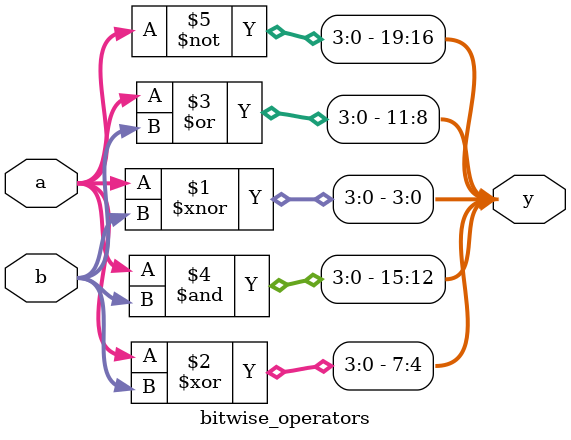
<source format=v>
module bitwise_operators(input [3:0]a, input [3:0]b, output [19:0]y);
	assign y={~a,a&b,a|b,a^b,a~^b};
endmodule

</source>
